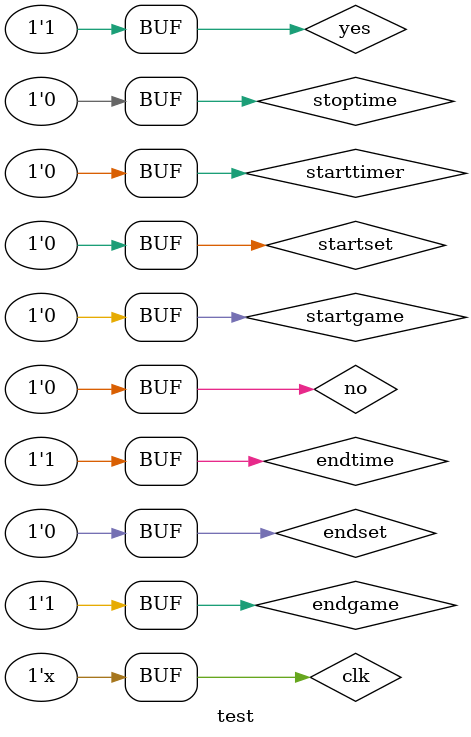
<source format=v>
`timescale 1ns / 1ps


module test(

    );

        reg yes,no,endtime,starttimer,startgame,clk,stoptime,endset,startset,endgame;
            wire show_time;
            wire  show_who;
            wire  show_set;
            wire  show_score;
            wire  show_ready;
        control_block u2(yes,no,endtime,starttimer,startgame,clk,stoptime,endset,startset,endgame,show_time,show_who,show_set,show_score,show_ready);
        
        always
                              begin; 
                              #5 clk=~clk;   
                              end
        
        initial
        begin
        clk=0;#5 yes=0;#5 no=0;#5 endtime=0;#5 starttimer=0;#5 startgame=0;#5 stoptime=0;#5 endset=0;#5 startset=0;#5 endgame=0;
        #10 startgame=1; 
        #10 startgame=0;
        #50 starttimer=1;
        #100 starttimer=0;
        #30 stoptime=1;#10 stoptime=0;
        #10 yes=1;
        #30 starttimer=1;
        #10 starttimer=0;
        #50 endtime=1;
        #10 startset=1;#10 startset=0;
        #20 endset=1;#10 endset=0;
        #50 endgame=1;
        end
        
        
    endmodule

</source>
